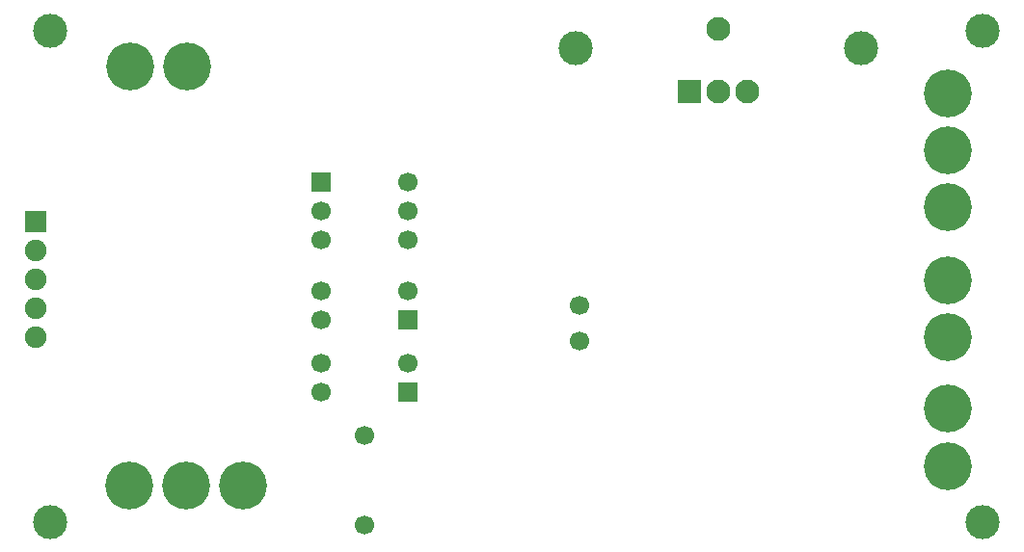
<source format=gbr>
G04 DipTrace 2.4.0.2*
%INLower_mask.gbr*%
%MOIN*%
%ADD22R,0.0748X0.0748*%
%ADD23C,0.0748*%
%ADD27R,0.0669X0.0669*%
%ADD28C,0.0669*%
%ADD43C,0.1181*%
%ADD69C,0.0669*%
%ADD71C,0.0827*%
%ADD72C,0.1654*%
%ADD78C,0.0827*%
%ADD79R,0.0827X0.0827*%
%FSLAX44Y44*%
G04*
G70*
G90*
G75*
G01*
%LNBotMask*%
%LPD*%
D79*
X23125Y15875D3*
D78*
X24125D3*
X25125D3*
D43*
X19188Y17375D3*
X29062D3*
X33250Y18000D3*
Y1000D3*
X1000Y18000D3*
Y1000D3*
D72*
X32062Y2937D3*
Y4906D3*
X32063Y11875D3*
Y13844D3*
Y15812D3*
X32062Y7375D3*
Y9344D3*
X3750Y2250D3*
X5719D3*
X7687D3*
D22*
X500Y11375D3*
D23*
Y10375D3*
Y9375D3*
Y8375D3*
Y7375D3*
D72*
X5750Y16750D3*
X3781D3*
D71*
X24127Y18063D3*
D69*
X11875Y4000D3*
Y875D3*
X19314Y8500D3*
Y7250D3*
D27*
X10375Y12750D3*
D28*
Y11750D3*
Y10750D3*
X13375D3*
Y11750D3*
Y12750D3*
D27*
Y8000D3*
D69*
Y9000D3*
X10375D3*
Y8000D3*
D27*
X13375Y5500D3*
D69*
Y6500D3*
X10375D3*
Y5500D3*
M02*

</source>
